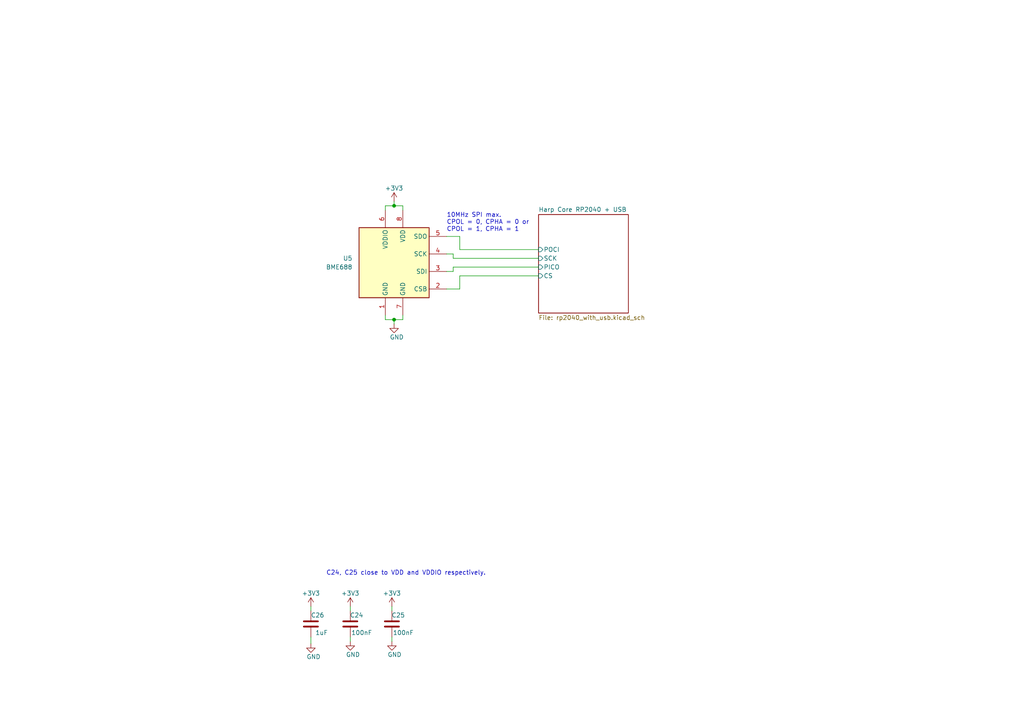
<source format=kicad_sch>
(kicad_sch (version 20230121) (generator eeschema)
  (paper "A4")
  (lib_symbols
    (symbol "Device:C" (pin_numbers hide) (pin_names (offset 0.254))
      (property "Reference" "C" (at 0.635 2.54 0))
      (property "Value" "C" (at 0.635 -2.54 0))
      (symbol "C_0_1"
        (polyline (pts (xy -2.032 -0.762) (xy 2.032 -0.762)) (stroke (width 0.508)))
        (polyline (pts (xy -2.032 0.762) (xy 2.032 0.762)) (stroke (width 0.508)))
      )
      (symbol "C_1_1"
        (pin passive line (at 0 3.81 270) (length 2.794) (name "~") (number "1"))
        (pin passive line (at 0 -3.81 90) (length 2.794) (name "~") (number "2"))
      )
    )
    (symbol "Sensor:BME680"
      (property "Reference" "U" (at -8.89 11.43 0))
      (property "Value" "BME680" (at 7.62 11.43 0))
      (symbol "BME680_0_1"
        (rectangle (start -10.16 10.16) (end 10.16 -10.16) (stroke (width 0.254)) (fill (type background)))
      )
      (symbol "BME680_1_1"
        (pin power_in line (at -2.54 -15.24 90) (length 5.08) (name "GND") (number "1"))
        (pin input line (at 15.24 -7.62 180) (length 5.08) (name "CSB") (number "2"))
        (pin bidirectional line (at 15.24 -2.54 180) (length 5.08) (name "SDI") (number "3"))
        (pin input line (at 15.24 2.54 180) (length 5.08) (name "SCK") (number "4"))
        (pin bidirectional line (at 15.24 7.62 180) (length 5.08) (name "SDO") (number "5"))
        (pin power_in line (at -2.54 15.24 270) (length 5.08) (name "VDDIO") (number "6"))
        (pin power_in line (at 2.54 -15.24 90) (length 5.08) (name "GND") (number "7"))
        (pin power_in line (at 2.54 15.24 270) (length 5.08) (name "VDD") (number "8"))
      )
    )
    (symbol "power:+3.3V" (power) (pin_names (offset 0))
      (property "Value" "+3.3V" (at 0 3.556 0))
      (symbol "+3.3V_0_1"
        (polyline (pts (xy -0.762 1.27) (xy 0 2.54)))
        (polyline (pts (xy 0 0) (xy 0 2.54)))
        (polyline (pts (xy 0 2.54) (xy 0.762 1.27)))
      )
      (symbol "+3.3V_1_1"
        (pin power_in line (at 0 0 90) (length 0) hide (name "+3V3") (number "1"))
      )
    )
    (symbol "power:GND" (power) (pin_names (offset 0))
      (property "Value" "GND" (at 0 -3.81 0))
      (symbol "GND_0_1"
        (polyline (pts (xy 0 0) (xy 0 -1.27) (xy 1.27 -1.27) (xy 0 -2.54) (xy -1.27 -1.27) (xy 0 -1.27)))
      )
      (symbol "GND_1_1"
        (pin power_in line (at 0 0 270) (length 0) hide (name "GND") (number "1"))
      )
    )
  )
  (junction (at 114.3 92.71))
  (junction (at 114.3 59.69))
  (wire (pts (xy 156.21 72.39) (xy 133.35 72.39)))
  (wire (pts (xy 129.54 78.74) (xy 131.445 78.74)))
  (wire (pts (xy 131.445 78.74) (xy 131.445 77.47)))
  (wire (pts (xy 113.665 175.895) (xy 113.665 177.165)))
  (wire (pts (xy 90.17 184.785) (xy 90.17 186.69)))
  (wire (pts (xy 116.84 92.71) (xy 116.84 91.44)))
  (wire (pts (xy 101.6 184.785) (xy 101.6 186.055)))
  (wire (pts (xy 113.665 184.785) (xy 113.665 186.055)))
  (wire (pts (xy 111.76 59.69) (xy 111.76 60.96)))
  (wire (pts (xy 116.84 59.69) (xy 116.84 60.96)))
  (wire (pts (xy 114.3 92.71) (xy 116.84 92.71)))
  (wire (pts (xy 111.76 91.44) (xy 111.76 92.71)))
  (wire (pts (xy 156.21 74.93) (xy 131.445 74.93)))
  (wire (pts (xy 90.17 175.895) (xy 90.17 177.165)))
  (wire (pts (xy 131.445 74.93) (xy 131.445 73.66)))
  (wire (pts (xy 133.35 80.01) (xy 133.35 83.82)))
  (wire (pts (xy 114.3 92.71) (xy 114.3 93.98)))
  (wire (pts (xy 114.3 59.69) (xy 111.76 59.69)))
  (wire (pts (xy 131.445 73.66) (xy 129.54 73.66)))
  (wire (pts (xy 101.6 175.895) (xy 101.6 177.165)))
  (wire (pts (xy 133.35 68.58) (xy 129.54 68.58)))
  (wire (pts (xy 131.445 77.47) (xy 156.21 77.47)))
  (wire (pts (xy 114.3 59.69) (xy 116.84 59.69)))
  (wire (pts (xy 114.3 58.42) (xy 114.3 59.69)))
  (wire (pts (xy 133.35 83.82) (xy 129.54 83.82)))
  (wire (pts (xy 133.35 72.39) (xy 133.35 68.58)))
  (wire (pts (xy 156.21 80.01) (xy 133.35 80.01)))
  (wire (pts (xy 111.76 92.71) (xy 114.3 92.71)))
  (text "10MHz SPI max.\nCPOL = 0, CPHA = 0 or\nCPOL = 1, CPHA = 1" (at 129.54 67.31 0) (effects (font (size 1.27 1.27)) (justify left bottom)))
  (text "C24, C25 close to VDD and VDDIO respectively." (at 94.615 167.005 0) (effects (font (size 1.27 1.27)) (justify left bottom)))
  (symbol (lib_id "power:+3.3V") (at 90.17 175.895 0) (unit 1)
    (property "Reference" "#PWR052" (effects hide))
    (property "Value" "+3.3V" (at 90.17 172.085 0))
  )
  (symbol (lib_id "Device:C") (at 101.6 180.975 180) (unit 1)
    (property "Reference" "C24" (at 105.41 178.435 0) (effects (justify left)))
    (property "Value" "100nF" (at 107.95 183.515 0) (effects (justify left)))
    (property "Footprint" "Capacitor_SMD:C_0402_1005Metric" (effects hide))
    (property "Datasheet" "http://www.passivecomponent.com/wp-content/uploads/datasheet/WTC_MLCC_General_Purpose.pdf" (effects hide))
    (property "Link" "https://www.digikey.com/en/products/detail/walsin-technology-corporation/0402B104K160CT/6707534" (effects hide))
    (property "Manufacturer" "Walson Technology Corporation" (effects hide))
    (property "Manufacturer Number" "0402B104K160CT" (effects hide))
    (property "Rated Voltage" "16V" (effects hide))
    (property "Temperature Coefficient" "X7R" (effects hide))
    (property "Tolerance" "10%" (effects hide))
    (property "PCBWay Link" "https://www.pcbway.com/components/detail/0402B104K160CT/307171/" (effects hide))
  )
  (symbol (lib_id "power:GND") (at 90.17 186.69 0) (unit 1)
    (property "Reference" "#PWR053" (effects hide))
    (property "Value" "GND" (at 88.9 190.5 0) (effects (justify left)))
  )
  (symbol (lib_id "power:GND") (at 114.3 93.98 0) (unit 1)
    (property "Reference" "#PWR050" (effects hide))
    (property "Value" "GND" (at 113.03 97.79 0) (effects (justify left)))
  )
  (symbol (lib_id "power:GND") (at 101.6 186.055 0) (unit 1)
    (property "Reference" "#PWR049" (effects hide))
    (property "Value" "GND" (at 100.33 189.865 0) (effects (justify left)))
  )
  (symbol (lib_id "power:+3.3V") (at 113.665 175.895 0) (unit 1)
    (property "Reference" "#PWR046" (effects hide))
    (property "Value" "+3.3V" (at 113.665 172.085 0))
  )
  (symbol (lib_id "power:+3.3V") (at 101.6 175.895 0) (unit 1)
    (property "Reference" "#PWR047" (effects hide))
    (property "Value" "+3.3V" (at 101.6 172.085 0))
  )
  (symbol (lib_id "Device:C") (at 113.665 180.975 180) (unit 1)
    (property "Reference" "C25" (at 117.475 178.435 0) (effects (justify left)))
    (property "Value" "100nF" (at 120.015 183.515 0) (effects (justify left)))
    (property "Footprint" "Capacitor_SMD:C_0402_1005Metric" (effects hide))
    (property "Datasheet" "http://www.passivecomponent.com/wp-content/uploads/datasheet/WTC_MLCC_General_Purpose.pdf" (effects hide))
    (property "Link" "https://www.digikey.com/en/products/detail/walsin-technology-corporation/0402B104K160CT/6707534" (effects hide))
    (property "Manufacturer" "Walson Technology Corporation" (effects hide))
    (property "Manufacturer Number" "0402B104K160CT" (effects hide))
    (property "Rated Voltage" "16V" (effects hide))
    (property "Temperature Coefficient" "X7R" (effects hide))
    (property "Tolerance" "10%" (effects hide))
    (property "PCBWay Link" "https://www.pcbway.com/components/detail/0402B104K160CT/307171/" (effects hide))
  )
  (symbol (lib_id "power:GND") (at 113.665 186.055 0) (unit 1)
    (property "Reference" "#PWR048" (effects hide))
    (property "Value" "GND" (at 112.395 189.865 0) (effects (justify left)))
  )
  (symbol (lib_id "Sensor:BME680") (at 114.3 76.2 0) (unit 1)
    (property "Reference" "U5" (at 102.235 74.93 0) (effects (justify right)))
    (property "Value" "BME688" (at 102.235 77.47 0) (effects (justify right)))
    (property "Footprint" "Package_LGA:Bosch_LGA-8_3x3mm_P0.8mm_ClockwisePinNumbering" (effects hide))
    (property "Datasheet" "https://www.bosch-sensortec.com/media/boschsensortec/downloads/datasheets/bst-bme688-ds000.pdf" (effects hide))
    (property "Manufacturer" "Bosch Sensortec" (effects hide))
    (property "Manufacturer Number" "BME688" (effects hide))
    (property "Link" "https://www.digikey.com/en/products/detail/bosch-sensortec/BME688/13681261" (effects hide))
  )
  (symbol (lib_id "Device:C") (at 90.17 180.975 0) (unit 1)
    (property "Reference" "C26" (at 90.17 178.435 0) (effects (justify left)))
    (property "Value" "1uF" (at 91.44 183.515 0) (effects (justify left)))
    (property "Footprint" "Capacitor_SMD:C_0402_1005Metric" (effects hide))
    (property "Datasheet" "https://search.murata.co.jp/Ceramy/image/img/A01X/G101/ENG/GRM155R6YA105KE11-01.pdf" (effects hide))
    (property "Notes" "must not be polarized" (effects hide))
    (property "Link" "https://www.digikey.com/en/products/detail/murata-electronics/GRM155R6YA105KE11J/4905163" (effects hide))
    (property "Manufacturer Number" "GRM155R6YA105KE11J" (effects hide))
    (property "Manufacturer" "Murata Electronics" (effects hide))
    (property "Rated Voltage" "35V" (effects hide))
    (property "Temperature Coefficient" "X5R" (effects hide))
  )
  (symbol (lib_id "power:+3.3V") (at 114.3 58.42 0) (unit 1)
    (property "Reference" "#PWR051" (effects hide))
    (property "Value" "+3.3V" (at 114.3 54.61 0))
  )
  (sheet (at 156.21 62.23) (size 26.035 28.575) (stroke (width 0.1524))
    (property "Sheetname" "Harp Core RP2040 + USB" (at 156.21 61.5184 0) (effects (justify left bottom)))
    (property "Sheetfile" "rp2040_with_usb.kicad_sch" (at 156.21 91.3896 0) (effects (justify left top)))
    (pin "PICO" input (at 156.21 77.47 180))
    (pin "SCK" input (at 156.21 74.93 180))
    (pin "CS" input (at 156.21 80.01 180))
    (pin "POCI" input (at 156.21 72.39 180))
  )
)
</source>
